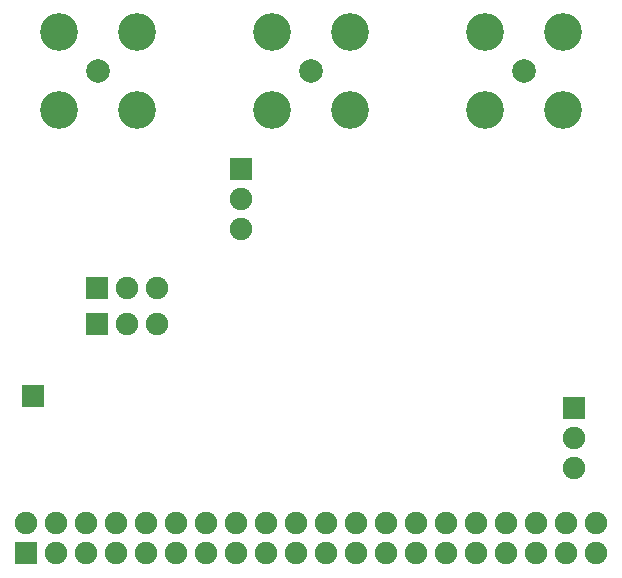
<source format=gbs>
%TF.GenerationSoftware,KiCad,Pcbnew,no-vcs-found-0b1eb56~60~ubuntu16.04.1*%
%TF.CreationDate,2017-11-02T03:22:39+00:00*%
%TF.ProjectId,adcdac,6164636461632E6B696361645F706362,rev?*%
%TF.SameCoordinates,Original*%
%TF.FileFunction,Soldermask,Bot*%
%TF.FilePolarity,Negative*%
%FSLAX46Y46*%
G04 Gerber Fmt 4.6, Leading zero omitted, Abs format (unit mm)*
G04 Created by KiCad (PCBNEW no-vcs-found-0b1eb56~60~ubuntu16.04.1) date Thu Nov  2 03:22:39 2017*
%MOMM*%
%LPD*%
G01*
G04 APERTURE LIST*
%ADD10R,1.900000X1.900000*%
%ADD11C,1.900000*%
%ADD12C,3.200000*%
%ADD13C,2.000000*%
G04 APERTURE END LIST*
D10*
%TO.C,J6*%
X76500000Y-138000000D03*
%TD*%
D11*
%TO.C,J4*%
X86940000Y-128800000D03*
X84400000Y-128800000D03*
D10*
X81860000Y-128800000D03*
%TD*%
%TO.C,J3*%
X81860000Y-131900000D03*
D11*
X84400000Y-131900000D03*
X86940000Y-131900000D03*
%TD*%
D12*
%TO.C,P2*%
X78700000Y-107200000D03*
D13*
X82000000Y-110500000D03*
D12*
X85300000Y-107200000D03*
X78700000Y-113800000D03*
X85300000Y-113800000D03*
%TD*%
%TO.C,P3*%
X121300000Y-113800000D03*
X114700000Y-113800000D03*
X121300000Y-107200000D03*
D13*
X118000000Y-110500000D03*
D12*
X114700000Y-107200000D03*
%TD*%
%TO.C,P1*%
X96700000Y-107200000D03*
D13*
X100000000Y-110500000D03*
D12*
X103300000Y-107200000D03*
X96700000Y-113800000D03*
X103300000Y-113800000D03*
%TD*%
D10*
%TO.C,J1*%
X75870000Y-151270000D03*
D11*
X75870000Y-148730000D03*
X78410000Y-151270000D03*
X78410000Y-148730000D03*
X80950000Y-151270000D03*
X80950000Y-148730000D03*
X83490000Y-151270000D03*
X83490000Y-148730000D03*
X86030000Y-151270000D03*
X86030000Y-148730000D03*
X88570000Y-151270000D03*
X88570000Y-148730000D03*
X91110000Y-151270000D03*
X91110000Y-148730000D03*
X93650000Y-151270000D03*
X93650000Y-148730000D03*
X96190000Y-151270000D03*
X96190000Y-148730000D03*
X98730000Y-151270000D03*
X98730000Y-148730000D03*
X101270000Y-151270000D03*
X101270000Y-148730000D03*
X103810000Y-151270000D03*
X103810000Y-148730000D03*
X106350000Y-151270000D03*
X106350000Y-148730000D03*
X108890000Y-151270000D03*
X108890000Y-148730000D03*
X111430000Y-151270000D03*
X111430000Y-148730000D03*
X113970000Y-151270000D03*
X113970000Y-148730000D03*
X116510000Y-151270000D03*
X116510000Y-148730000D03*
X119050000Y-151270000D03*
X119050000Y-148730000D03*
X121590000Y-151270000D03*
X121590000Y-148730000D03*
X124130000Y-151270000D03*
X124130000Y-148730000D03*
%TD*%
%TO.C,J2*%
X122300000Y-144040000D03*
X122300000Y-141500000D03*
D10*
X122300000Y-138960000D03*
%TD*%
%TO.C,J5*%
X94100000Y-118760000D03*
D11*
X94100000Y-121300000D03*
X94100000Y-123840000D03*
%TD*%
M02*

</source>
